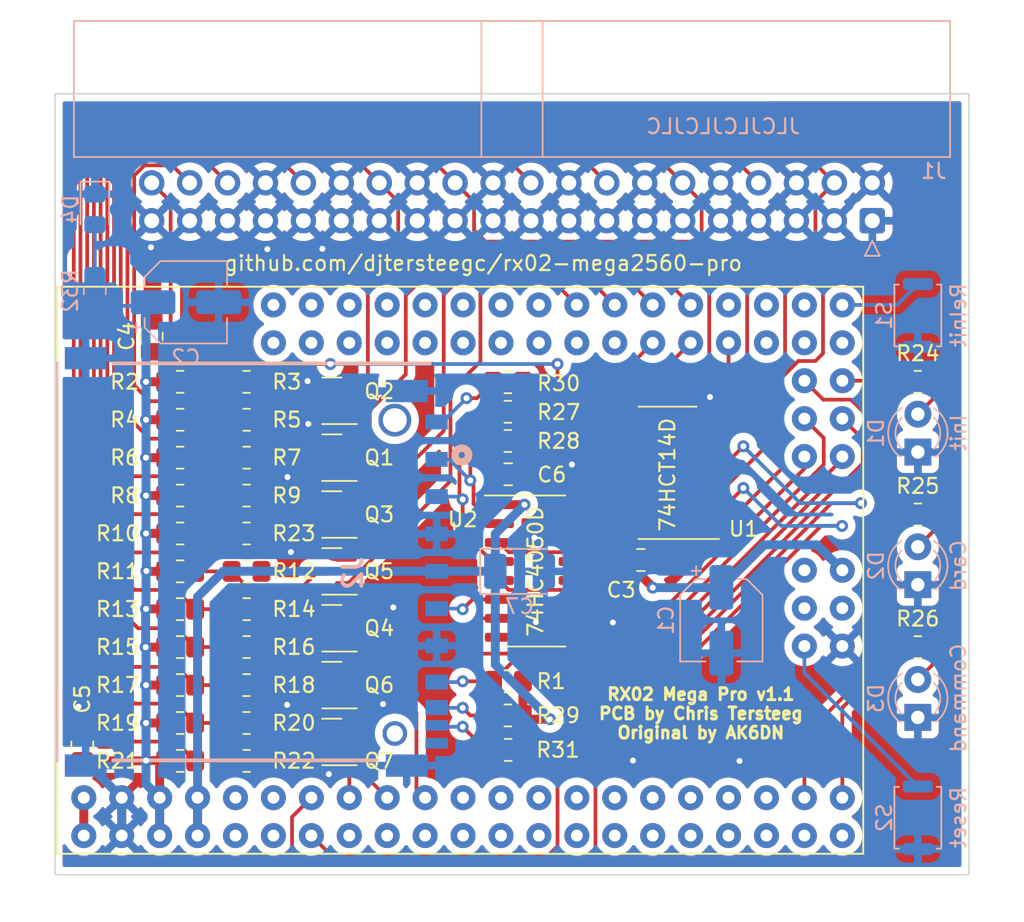
<source format=kicad_pcb>
(kicad_pcb (version 20211014) (generator pcbnew)
  (layers (0 "F.Cu" signal) (31 "B.Cu" signal) (34 "B.Paste" user) (35 "F.Paste" user) (36 "B.SilkS" user "B.Silkscreen") (37 "F.SilkS" user "F.Silkscreen") (38 "B.Mask" user) (39 "F.Mask" user) (44 "Edge.Cuts" user))
  (net 0 "")
  (net 1 "+5V")
  (net 2 "GND")
  (net 3 "Net-(D1-Pad2)")
  (net 4 "Net-(D2-Pad2)")
  (net 5 "Net-(D3-Pad2)")
  (net 6 "/RX_RUN_L")
  (net 7 "/RX_ERROR_L")
  (net 8 "/RX_INIT_L")
  (net 9 "/RX_XFER_RQST_L")
  (net 10 "/RX_DONE_L")
  (net 11 "/RX_DATA_L")
  (net 12 "/RX_12BIT_L")
  (net 13 "/RX_SHIFT_L")
  (net 14 "/RX_OUT_L")
  (net 15 "/RX_AC_L")
  (net 16 "/RX_DMA_MODE_H")
  (net 17 "Net-(J2-Pad1)")
  (net 18 "Net-(J2-Pad2)")
  (net 19 "Net-(J2-Pad5)")
  (net 20 "/SD_MISO")
  (net 21 "/SD_CD")
  (net 22 "/CTLR_OUT_H")
  (net 23 "/CTLR_AC_H")
  (net 24 "/CTLR_SHIFT_H")
  (net 25 "/CTLR_DONE_H")
  (net 26 "/CTLR_DATAO_H")
  (net 27 "/CTLR_XFER_RQST_H")
  (net 28 "/CTLR_ERROR_H")
  (net 29 "/LED1")
  (net 30 "/LED2")
  (net 31 "/LED3")
  (net 32 "/CTLR_DMA_MODE_L")
  (net 33 "/CTLR_12BIT_H")
  (net 34 "/CTLR_DATA_H")
  (net 35 "/CTLR_INIT_H")
  (net 36 "/CTLR_RUN_H")
  (net 37 "+3V3")
  (net 38 "/SD_CS")
  (net 39 "/SD_MOSI")
  (net 40 "/SD_SCK")
  (net 95 "unconnected-(U3-PadVIN_1)")
  (net 96 "Net-(J2-Pad9)")
  (net 97 "Net-(J2-Pad8)")
  (net 101 "/REINIT")
  (net 102 "/RESET")
  (net 105 "Net-(D4-Pad2)")
  (footprint "Capacitor_SMD:C_0805_2012Metric_Pad1.18x1.45mm_HandSolder" (layer "F.Cu") (at 118.11 75.692 90)
    (fp_text reference "C4")
    (fp_text value "0.1uF")
  )
  (footprint "Resistor_SMD:R_0805_2012Metric_Pad1.20x1.40mm_HandSolder" (layer "F.Cu") (at 120.015 91.44)
    (fp_text reference "R11")
    (fp_text value "180R")
  )
  (footprint "Resistor_SMD:R_0805_2012Metric_Pad1.20x1.40mm_HandSolder" (layer "F.Cu") (at 120.015 93.97148)
    (fp_text reference "R13")
    (fp_text value "180R")
  )
  (footprint "Resistor_SMD:R_0805_2012Metric_Pad1.20x1.40mm_HandSolder" (layer "F.Cu") (at 141.9606 82.7024 180)
    (fp_text reference "R28")
    (fp_text value "10K")
  )
  (footprint "Resistor_SMD:R_0805_2012Metric_Pad1.20x1.40mm_HandSolder" (layer "F.Cu") (at 120.015 104.14)
    (fp_text reference "R21")
    (fp_text value "180R")
  )
  (footprint "Resistor_SMD:R_0805_2012Metric_Pad1.20x1.40mm_HandSolder" (layer "F.Cu") (at 120.015 83.82)
    (fp_text reference "R6")
    (fp_text value "180R")
  )
  (footprint "Resistor_SMD:R_0805_2012Metric_Pad1.20x1.40mm_HandSolder" (layer "F.Cu") (at 120.015 99.06)
    (fp_text reference "R17")
    (fp_text value "180R")
  )
  (footprint "Package_TO_SOT_SMD:SOT-23" (layer "F.Cu") (at 130.175 83.82 180)
    (fp_text reference "Q1")
    (fp_text value "2N7002")
  )
  (footprint "Package_TO_SOT_SMD:SOT-23" (layer "F.Cu") (at 130.175 91.44 180)
    (fp_text reference "Q5")
    (fp_text value "2N7002")
  )
  (footprint "Resistor_SMD:R_0805_2012Metric_Pad1.20x1.40mm_HandSolder" (layer "F.Cu") (at 124.46 81.28)
    (fp_text reference "R5")
    (fp_text value "390R")
  )
  (footprint "Resistor_SMD:R_0805_2012Metric_Pad1.20x1.40mm_HandSolder" (layer "F.Cu") (at 120.015 96.51148)
    (fp_text reference "R15")
    (fp_text value "180R")
  )
  (footprint "Package_SO:SOIC-16_3.9x9.9mm_P1.27mm" (layer "F.Cu") (at 143.8656 91.4146)
    (fp_text reference "U2")
    (fp_text value "74HC4050D")
  )
  (footprint "Resistor_SMD:R_0805_2012Metric_Pad1.20x1.40mm_HandSolder" (layer "F.Cu") (at 169.418 96.52 180)
    (fp_text reference "R26")
    (fp_text value "330R")
  )
  (footprint "Resistor_SMD:R_0805_2012Metric_Pad1.20x1.40mm_HandSolder" (layer "F.Cu") (at 124.46 91.44)
    (fp_text reference "R12")
    (fp_text value "390R")
  )
  (footprint "Resistor_SMD:R_0805_2012Metric_Pad1.20x1.40mm_HandSolder" (layer "F.Cu") (at 124.46 93.97148)
    (fp_text reference "R14")
    (fp_text value "390R")
  )
  (footprint "Capacitor_SMD:C_0805_2012Metric_Pad1.18x1.45mm_HandSolder" (layer "F.Cu") (at 113.4618 103.0986 90)
    (fp_text reference "C5")
    (fp_text value "0.1uF")
  )
  (footprint "SnapEDA Library:MODULE_MEGA_PRO_EMBED_CH340G___ATMEGA2560" (layer "F.Cu") (at 138.76148 91.364918)
    (fp_text reference "U3" hide)
    (fp_text value "MEGA_PRO_EMBED_CH340G_{slash}_ATMEGA2560")
  )
  (footprint "Resistor_SMD:R_0805_2012Metric_Pad1.20x1.40mm_HandSolder" (layer "F.Cu") (at 141.9606 78.7654 180)
    (fp_text reference "R30")
    (fp_text value "10K")
  )
  (footprint "Package_SO:SOIC-14_3.9x8.7mm_P1.27mm" (layer "F.Cu") (at 152.654 84.836 180)
    (fp_text reference "U1")
    (fp_text value "74HCT14D")
  )
  (footprint "Resistor_SMD:R_0805_2012Metric_Pad1.20x1.40mm_HandSolder" (layer "F.Cu") (at 124.46 88.9)
    (fp_text reference "R23")
    (fp_text value "390R")
  )
  (footprint "Resistor_SMD:R_0805_2012Metric_Pad1.20x1.40mm_HandSolder" (layer "F.Cu") (at 124.46 96.51148)
    (fp_text reference "R16")
    (fp_text value "390R")
  )
  (footprint "Resistor_SMD:R_0805_2012Metric_Pad1.20x1.40mm_HandSolder" (layer "F.Cu") (at 169.418 78.74 180)
    (fp_text reference "R24")
    (fp_text value "330R")
  )
  (footprint "Resistor_SMD:R_0805_2012Metric_Pad1.20x1.40mm_HandSolder" (layer "F.Cu") (at 124.46 86.36)
    (fp_text reference "R9")
    (fp_text value "390R")
  )
  (footprint "Resistor_SMD:R_0805_2012Metric_Pad1.20x1.40mm_HandSolder" (layer "F.Cu") (at 124.46 78.74)
    (fp_text reference "R3")
    (fp_text value "390R")
  )
  (footprint "Resistor_SMD:R_0805_2012Metric_Pad1.20x1.40mm_HandSolder" (layer "F.Cu") (at 120.015 101.6)
    (fp_text reference "R19")
    (fp_text value "180R")
  )
  (footprint "Package_TO_SOT_SMD:SOT-23" (layer "F.Cu") (at 130.175 95.25 180)
    (fp_text reference "Q4")
    (fp_text value "2N7002")
  )
  (footprint "Package_TO_SOT_SMD:SOT-23" (layer "F.Cu") (at 130.175 99.06 180)
    (fp_text reference "Q6")
    (fp_text value "2N7002")
  )
  (footprint "Package_TO_SOT_SMD:SOT-23" (layer "F.Cu") (at 130.175 87.63 180)
    (fp_text reference "Q3")
    (fp_text value "2N7002")
  )
  (footprint "Capacitor_SMD:C_0805_2012Metric_Pad1.18x1.45mm_HandSolder" (layer "F.Cu") (at 141.986 84.934)
    (fp_text reference "C6")
    (fp_text value "0.1uF")
  )
  (footprint "Resistor_SMD:R_0805_2012Metric_Pad1.20x1.40mm_HandSolder" (layer "F.Cu") (at 120.015 88.9)
    (fp_text reference "R10")
    (fp_text value "180R")
  )
  (footprint "Resistor_SMD:R_0805_2012Metric_Pad1.20x1.40mm_HandSolder" (layer "F.Cu") (at 124.46 104.14)
    (fp_text reference "R22")
    (fp_text value "390R")
  )
  (footprint "Resistor_SMD:R_0805_2012Metric_Pad1.20x1.40mm_HandSolder" (layer "F.Cu") (at 120.015 78.74)
    (fp_text reference "R2")
    (fp_text value "180R")
  )
  (footprint "Resistor_SMD:R_0805_2012Metric_Pad1.20x1.40mm_HandSolder" (layer "F.Cu") (at 141.986 103.4034 180)
    (fp_text reference "R31")
    (fp_text value "10K")
  )
  (footprint "Resistor_SMD:R_0805_2012Metric_Pad1.20x1.40mm_HandSolder" (layer "F.Cu") (at 124.46 99.06)
    (fp_text reference "R18")
    (fp_text value "390R")
  )
  (footprint "Resistor_SMD:R_0805_2012Metric_Pad1.20x1.40mm_HandSolder" (layer "F.Cu") (at 169.418 87.63 180)
    (fp_text reference "R25")
    (fp_text value "330R")
  )
  (footprint "Resistor_SMD:R_0805_2012Metric_Pad1.20x1.40mm_HandSolder" (layer "F.Cu") (at 141.9606 80.7466 180)
    (fp_text reference "R27")
    (fp_text value "10K")
  )
  (footprint "Resistor_SMD:R_0805_2012Metric_Pad1.20x1.40mm_HandSolder" (layer "F.Cu") (at 141.9606 101.092 180)
    (fp_text reference "R29")
    (fp_text value "10K")
  )
  (footprint "Capacitor_SMD:C_0805_2012Metric_Pad1.18x1.45mm_HandSolder" (layer "F.Cu") (at 150.876 90.678)
    (fp_text reference "C3")
    (fp_text value "0.1uF")
  )
  (footprint "Resistor_SMD:R_0805_2012Metric_Pad1.20x1.40mm_HandSolder" (layer "F.Cu") (at 120.015 81.28)
    (fp_text reference "R4")
    (fp_text value "180R")
  )
  (footprint "Resistor_SMD:R_0805_2012Metric_Pad1.20x1.40mm_HandSolder" (layer "F.Cu") (at 124.46 101.6)
    (fp_text reference "R20")
    (fp_text value "390R")
  )
  (footprint "Package_TO_SOT_SMD:SOT-23" (layer "F.Cu") (at 130.175 102.87 180)
    (fp_text reference "Q7")
    (fp_text value "2N7002")
  )
  (footprint "Resistor_SMD:R_0805_2012Metric_Pad1.20x1.40mm_HandSolder" (layer "F.Cu") (at 141.97 98.806 180)
    (fp_text reference "R1")
    (fp_text value "10K")
  )
  (footprint "Package_TO_SOT_SMD:SOT-23" (layer "F.Cu") (at 130.175 80.01 180)
    (fp_text reference "Q2")
    (fp_text value "2N7002")
  )
  (footprint "Resistor_SMD:R_0805_2012Metric_Pad1.20x1.40mm_HandSolder" (layer "F.Cu") (at 120.015 86.36)
    (fp_text reference "R8")
    (fp_text value "180R")
  )
  (footprint "Resistor_SMD:R_0805_2012Metric_Pad1.20x1.40mm_HandSolder" (layer "F.Cu") (at 124.46 83.82)
    (fp_text reference "R7")
    (fp_text value "390R")
  )
  (footprint "LED_THT:LED_D3.0mm" (layer "B.Cu") (at 169.418 101.224 90)
    (fp_text reference "D3")
    (fp_text value "Command")
  )
  (footprint "Resistor_SMD:R_0805_2012Metric_Pad1.20x1.40mm_HandSolder" (layer "B.Cu") (at 114.3 72.644 -90)
    (fp_text reference "R32")
    (fp_text value "330R")
  )
  (footprint "LED_THT:LED_D3.0mm" (layer "B.Cu") (at 169.418 92.334 90)
    (fp_text reference "D2")
    (fp_text value "Card")
  )
  (footprint "Capacitor_Tantalum_SMD:CP_EIA-3528-12_Kemet-T_Pad1.50x2.35mm_HandSolder" (layer "B.Cu") (at 142.748 91.44)
    (fp_text reference "C7")
    (fp_text value "47uF 10V")
  )
  (footprint "Capacitor_SMD:CP_Elec_5x5.8" (layer "B.Cu") (at 120.396 73.406)
    (fp_text reference "C2")
    (fp_text value "33uF 10V")
  )
  (footprint "LED_THT:LED_D3.0mm" (layer "B.Cu") (at 169.423 83.444 90)
    (fp_text reference "D1")
    (fp_text value "Init")
  )
  (footprint "TE SD Card 2041021-3:2041021-3_2" (layer "B.Cu") (at 136.741168 104.105 90)
    (fp_text reference "J2")
    (fp_text value "2041021-3" hide)
  )
  (footprint "Button_Switch_SMD:SW_Push_SPST_NO_Alps_SKRK" (layer "B.Cu") (at 169.418 74.295 -90)
    (fp_text reference "S1")
    (fp_text value "ReInit")
  )
  (footprint "Capacitor_SMD:CP_Elec_5x5.8" (layer "B.Cu") (at 156.2608 94.7166 -90)
    (fp_text reference "C1")
    (fp_text value "33uF 10V")
  )
  (footprint "LED_SMD:LED_0805_2012Metric_Pad1.15x1.40mm_HandSolder" (layer "B.Cu") (at 114.3 67.183 -90)
    (fp_text reference "D4")
    (fp_text value "Power")
  )
  (footprint "Connector_IDC:IDC-Header_2x20_P2.54mm_Horizontal" (layer "B.Cu") (at 166.37 67.945 90)
    (fp_text reference "J1")
    (fp_text value "Conn_02x20_Odd_Even")
  )
  (footprint "Button_Switch_SMD:SW_Push_SPST_NO_Alps_SKRK" (layer "B.Cu") (at 169.418 107.95 -90)
    (fp_text reference "S2")
    (fp_text value "Reset")
  )
  (gr_line (start 172.847 111.76) (end 172.72 111.76) (layer "Edge.Cuts") (width 0.1))
  (gr_line (start 111.633 59.436) (end 111.76 59.436) (layer "Edge.Cuts") (width 0.1))
  (gr_line (start 172.847 59.436) (end 172.847 60.96) (layer "Edge.Cuts") (width 0.1))
  (gr_line (start 172.847 60.96) (end 172.847 111.76) (layer "Edge.Cuts") (width 0.1))
  (gr_line (start 172.847 59.436) (end 172.72 59.436) (layer "Edge.Cuts") (width 0.1))
  (gr_line (start 172.72 111.76) (end 111.76 111.76) (layer "Edge.Cuts") (width 0.1))
  (gr_line (start 111.76 111.76) (end 111.633 111.76) (layer "Edge.Cuts") (width 0.1))
  (gr_line (start 111.633 111.76) (end 111.633 59.436) (layer "Edge.Cuts") (width 0.1))
  (gr_line (start 111.76 59.436) (end 172.72 59.436) (layer "Edge.Cuts") (width 0.1))
  (gr_text "JLCJLCJLCJLC" (at 156.3878 61.6204) (layer "B.SilkS") (effects (font (size 1 1)) (justify mirror)))
  (gr_text "RX02 Mega Pro v1.1\nPCB by Chris Tersteeg\nOriginal by AK6DN" (at 154.8892 100.965) (layer "F.SilkS") (effects (font (size 0.8 0.8) (thickness 0.2))))
  (gr_text "github.com/djtersteegc/rx02-mega2560-pro" (at 140.3096 70.7898) (layer "F.SilkS") (effects (font (size 1 1))))
  (segment (start 151.6634 92.5322) (end 151.6634 92.5029) (width 0.6) (layer "F.Cu") (net 1))
  (segment (start 118.99812 93.9546) (end 119.015 93.97148) (width 0.25) (layer "F.Cu") (net 1))
  (segment (start 117.729 104.1146) (end 118.9896 104.1146) (width 0.6) (layer "F.Cu") (net 1))
  (segment (start 118.64148 106.604918) (end 118.64148 104.51352) (width 0.6) (layer "F.Cu") (net 1))
  (segment (start 119.015 88.9) (end 117.729 88.9) (width 0.6) (layer "F.Cu") (net 1))
  (segment (start 151.6634 92.5029) (end 149.8385 90.678) (width 0.6) (layer "F.Cu") (net 1))
  (segment (start 117.7036 96.52) (end 119.00648 96.52) (width 0.6) (layer "F.Cu") (net 1))
  (segment (start 149.8385 90.678) (end 149.8385 88.9865) (width 0.6) (layer "F.Cu") (net 1))
  (segment (start 117.729 101.6) (end 119.015 101.6) (width 0.6) (layer "F.Cu") (net 1))
  (segment (start 117.729 99.06) (end 119.015 99.06) (width 0.6) (layer "F.Cu") (net 1))
  (segment (start 118.64148 109.144918) (end 118.64148 106.604918) (width 0.6) (layer "F.Cu") (net 1))
  (segment (start 119.015 86.36) (end 117.729 86.36) (width 0.6) (layer "F.Cu") (net 1))
  (segment (start 117.729 93.9546) (end 118.99812 93.9546) (width 0.6) (layer "F.Cu") (net 1))
  (segment (start 118.9896 104.1146) (end 119.015 104.14) (width 0.6) (layer "F.Cu") (net 1))
  (segment (start 118.11 76.7295) (end 117.729 77.1105) (width 0.6) (layer "F.Cu") (net 1))
  (segment (start 118.64148 104.51352) (end 119.015 104.14) (width 0.6) (layer "F.Cu") (net 1))
  (segment (start 117.7075 104.1361) (end 117.729 104.1146) (width 0.6) (layer "F.Cu") (net 1))
  (segment (start 119.00648 96.52) (end 119.015 96.51148) (width 0.6) (layer "F.Cu") (net 1))
  (segment (start 117.729 77.1105) (end 117.729 78.74) (width 0.6) (layer "F.Cu") (net 1))
  (segment (start 149.8385 88.9865) (end 150.179 88.646) (width 0.6) (layer "F.Cu") (net 1))
  (segment (start 119.015 83.82) (end 117.729 83.82) (width 0.6) (layer "F.Cu") (net 1))
  (segment (start 119.015 81.28) (end 117.729 81.28) (width 0.6) (layer "F.Cu") (net 1))
  (segment (start 113.4618 104.1361) (end 117.7075 104.1361) (width 0.6) (layer "F.Cu") (net 1))
  (segment (start 119.015 78.74) (end 117.729 78.74) (width 0.6) (layer "F.Cu") (net 1))
  (segment (start 119.015 91.44) (end 117.7798 91.44) (width 0.6) (layer "F.Cu") (net 1))
  (via (at 117.729 101.6) (size 0.8) (drill 0.4) (layers "F.Cu" "B.Cu") (net 1))
  (via (at 117.729 86.36) (size 0.8) (drill 0.4) (layers "F.Cu" "B.Cu") (net 1))
  (via (at 151.6634 92.5322) (size 0.8) (drill 0.4) (layers "F.Cu" "B.Cu") (net 1))
  (via (at 117.729 104.1146) (size 0.8) (drill 0.4) (layers "F.Cu" "B.Cu") (net 1))
  (via (at 117.729 99.06) (size 0.8) (drill 0.4) (layers "F.Cu" "B.Cu") (net 1))
  (via (at 117.729 81.28) (size 0.8) (drill 0.4) (layers "F.Cu" "B.Cu") (net 1))
  (via (at 117.7544 91.4146) (size 0.8) (drill 0.4) (layers "F.Cu" "B.Cu") (net 1))
  (via (at 117.729 78.74) (size 0.8) (drill 0.4) (layers "F.Cu" "B.Cu") (net 1))
  (via (at 117.729 88.9) (size 0.8) (drill 0.4) (layers "F.Cu" "B.Cu") (net 1))
  (via (at 117.7036 96.52) (size 0.8) (drill 0.4) (layers "F.Cu" "B.Cu") (net 1))
  (via (at 117.729 93.9546) (size 0.8) (drill 0.4) (layers "F.Cu" "B.Cu") (net 1))
  (via (at 117.729 83.82) (size 0.8) (drill 0.4) (layers "F.Cu" "B.Cu") (net 1))
  (segment (start 117.729 83.82) (end 117.729 81.28) (width 0.6) (layer "B.Cu") (net 1))
  (segment (start 117.958 73.644) (end 118.196 73.406) (width 0.25) (layer "B.Cu") (net 1))
  (segment (start 117.729 91.44) (end 117.7544 91.4146) (width 0.6) (layer "B.Cu") (net 1))
  (segment (start 117.729 73.873) (end 118.196 73.406) (width 0.6) (layer "B.Cu") (net 1))
  (segment (start 117.7036 93.98) (end 117.729 93.9546) (width 0.6) (layer "B.Cu") (net 1))
  (segment (start 114.3 73.644) (end 117.958 73.644) (width 0.25) (layer "B.Cu") (net 1))
  (segment (start 162.658562 89.662) (end 159.1154 89.662) (width 0.6) (layer "B.Cu") (net 1))
  (segment (start 117.729 99.06) (end 117.729 96.5454) (width 0.6) (layer "B.Cu") (net 1))
  (segment (start 117.7544 88.9254) (end 117.729 88.9) (width 0.6) (layer "B.Cu") (net 1))
  (segment (start 117.7036 96.52) (end 117.7036 93.98) (width 0.6) (layer "B.Cu") (net 1))
  (segment (start 118.196 73.406) (end 118.094 73.406) (width 0.6) (layer "B.Cu") (net 1))
  (segment (start 117.729 93.9546) (end 117.729 91.44) (width 0.6) (layer "B.Cu") (net 1))
  (segment (start 118.64148 109.144918) (end 118.64148 106.604918) (width 0.6) (layer "B.Cu") (net 1))
  (segment (start 117.729 78.74) (end 117.729 73.873) (width 0.6) (layer "B.Cu") (net 1))
  (segment (start 151.6634 92.5322) (end 156.2452 92.5322) (width 0.6) (layer "B.Cu") (net 1))
  (segment (start 117.729 104.1146) (end 117.729 101.6) (width 0.6) (layer "B.Cu") (net 1))
  (segment (start 117.7544 91.4146) (end 117.7544 88.9254) (width 0.6) (layer "B.Cu") (net 1))
  (segment (start 117.729 81.28) (end 117.729 78.74) (width 0.6) (layer "B.Cu") (net 1))
  (segment (start 156.2452 92.5322) (end 156.2608 92.5166) (width 0.6) (layer "B.Cu") (net 1))
  (segment (start 164.36148 91.364918) (end 162.658562 89.662) (width 0.6) (layer "B.Cu") (net 1))
  (segment (start 117.729 88.9) (end 117.729 86.36) (width 0.6) (layer "B.Cu") (net 1))
  (segment (start 159.1154 89.662) (end 156.2608 92.5166) (width 0.6) (layer "B.Cu") (net 1))
  (segment (start 117.729 101.6) (end 117.729 99.06) (width 0.6) (layer "B.Cu") (net 1))
  (segment (start 118.64148 106.604918) (end 117.729 105.692438) (width 0.6) (layer "B.Cu") (net 1))
  (segment (start 117.729 105.692438) (end 117.729 104.1146) (width 0.6) (layer "B.Cu") (net 1))
  (segment (start 117.729 96.5454) (end 117.7036 96.52) (width 0.6) (layer "B.Cu") (net 1))
  (segment (start 117.729 86.36) (end 117.729 83.82) (width 0.6) (layer "B.Cu") (net 1))
  (segment (start 116.10148 106.604918) (end 116.10148 109.144918) (width 0.6) (layer "F.Cu") (net 2))
  (segment (start 155.129 81.026) (end 155.129 80.1258) (width 0.4) (layer "F.Cu") (net 2))
  (segment (start 113.4618 102.0611) (end 113.4618 100.7618) (width 0.25) (layer "F.Cu") (net 2))
  (segment (start 155.129 80.1258) (end 155.4988 79.756) (width 0.4) (layer "F.Cu") (net 2))
  (segment (start 147.447 93.3196) (end 148.9964 94.869) (width 0.25) (layer "F.Cu") (net 2))
  (segment (start 146.3406 93.3196) (end 147.447 93.3196) (width 0.25) (layer "F.Cu") (net 2))
  (segment (start 113.4618 100.7618) (end 113.2078 100.5078) (width 0.25) (layer "F.Cu") (net 2))
  (via (at 128.5494 78.6892) (size 0.8) (drill 0.4) (layers "F.Cu" "B.Cu") (net 2))
  (via (at 146.2532 84.2772) (size 0.8) (drill 0.4) (layers "F.Cu" "B.Cu") (net 2))
  (via (at 133.604 100.33) (size 0.8) (drill 0.4) (layers "F.Cu" "B.Cu") (net 2))
  (via (at 150.3426 104.1146) (size 0.8) (drill 0.4) (layers "F.Cu" "B.Cu") (net 2))
  (via (at 148.9964 94.869) (size 0.8) (drill 0.4) (layers "F.Cu" "B.Cu") (net 2))
  (via (at 125.857 69.85) (size 0.8) (drill 0.4) (layers "F.Cu" "B.Cu") (net 2))
  (via (at 157.48 104.14) (size 0.8) (drill 0.4) (layers "F.Cu" "B.Cu") (net 2))
  (via (at 134.2898 93.853) (size 0.8) (drill 0.4) (layers "F.Cu" "B.Cu") (net 2))
  (via (at 143.8402 94.8436) (size 0.8) (drill 0.4) (layers "F.Cu" "B.Cu") (net 2))
  (via (at 128.6002 81.5594) (size 0.8) (drill 0.4) (layers "F.Cu" "B.Cu") (net 2))
  (via (at 155.4988 79.756) (size 0.8) (drill 0.4) (layers "F.Cu" "B.Cu") (net 2))
  (via (at 113.2078 100.5078) (size 0.8) (drill 0.4) (layers "F.Cu" "B.Cu") (net 2))
  (via (at 118.0592 69.723) (size 0.8) (drill 0.4) (layers "F.Cu" "B.Cu") (net 2))
  (via (at 127.1778 100.3808) (size 0.8) (drill 0.4) (layers "F.Cu" "B.Cu") (net 2))
  (via (at 129.54 69.8246) (size 0.8) (drill 0.4) (layers "F.Cu" "B.Cu") (net 2))
  (via (at 127.4318 90.1446) (size 0.8) (drill 0.4) (layers "F.Cu" "B.Cu") (net 2))
  (via (at 143.7386 89.1794) (size 0.8) (drill 0.4) (layers "F.Cu" "B.Cu") (net 2))
  (via (at 127.2032 85.1154) (size 0.8) (drill 0.4) (layers "F.Cu" "B.Cu") (net 2))
  (via (at 129.9718 105.029) (size 0.8) (drill 0.4) (layers "F.Cu" "B.Cu") (net 2))
  (segment (start 113.951562 104.455) (end 116.10148 106.604918) (width 0.6) (layer "B.Cu") (net 2))
  (segment (start 113.691168 104.455) (end 113.951562 104.455) (width 0.6) (layer "B.Cu") (net 2))
  (segment (start 116.10148 106.604918) (end 116.10148 109.144918) (width 0.6) (layer "B.Cu") (net 2))
  (segment (start 170.418 78.74) (end 170.418 79.909) (width 0.25) (layer "F.Cu") (net 3))
  (segment (start 170.418 79.909) (end 169.423 80.904) (width 0.25) (layer "F.Cu") (net 3))
  (segment (start 170.418 88.794) (end 169.418 89.794) (width 0.25) (layer "F.Cu") (net 4))
  (segment (start 170.418 87.63) (end 170.418 88.794) (width 0.25) (layer "F.Cu") (net 4))
  (segment (start 170.418 96.52) (end 170.418 97.684) (width 0.25) (layer "F.Cu") (net 5))
  (segment (start 170.418 97.684) (end 169.418 98.684) (width 0.25) (layer "F.Cu") (net 5))
  (segment (start 115.833602 60.184812) (end 112.889809 63.128606) (width 0.25) (layer "F.Cu") (net 6))
  (segment (start 156.21 88.646) (end 160.274 84.582) (width 0.25) (layer "F.Cu") (net 6))
  (segment (start 112.889809 63.128606) (end 112.889809 98.970609) (width 0.25) (layer "F.Cu") (net 6))
  (segment (start 116.7638 102.8446) (end 119.7196 102.8446) (width 0.25) (layer "F.Cu") (net 6))
  (segment (start 161.417 77.343) (end 162.56 77.343) (width 0.25) (layer "F.Cu") (net 6))
  (segment (start 158.609812 60.184812) (end 115.833602 60.184812) (width 0.25) (layer "F.Cu") (net 6))
  (segment (start 162.56 77.343) (end 163.068 76.835) (width 0.25) (layer "F.Cu") (net 6))
  (segment (start 162.56 71.882) (end 162.56 66.675) (width 0.25) (layer "F.Cu") (net 6))
  (segment (start 119.7196 102.8446) (end 121.015 104.14) (width 0.25) (layer "F.Cu") (net 6))
  (segment (start 162.56 66.675) (end 163.83 65.405) (width 0.25) (layer "F.Cu") (net 6))
  (segment (start 163.068 76.835) (end 163.068 72.39) (width 0.25) (layer "F.Cu") (net 6))
  (segment (start 155.129 88.646) (end 156.21 88.646) (width 0.25) (layer "F.Cu") (net 6))
  (segment (start 112.889809 98.970609) (end 116.7638 102.8446) (width 0.25) (layer "F.Cu") (net 6))
  (segment (start 163.068 72.39) (end 162.56 71.882) (width 0.25) (layer "F.Cu") (net 6))
  (segment (start 160.274 78.486) (end 161.417 77.343) (width 0.25) (layer "F.Cu") (net 6))
  (segment (start 163.83 65.405) (end 158.609812 60.184812) (width 0.25) (layer "F.Cu") (net 6))
  (segment (start 160.274 84.582) (end 160.274 78.486) (width 0.25) (layer "F.Cu") (net 6))
  (segment (start 121.015 104.14) (end 123.46 104.14) (width 0.25) (layer "F.Cu") (net 6))
  (segment (start 113.339329 63.314803) (end 116.0198 60.634331) (width 0.25) (layer "F.Cu") (net 7))
  (segment (start 116.967 100.3046) (end 119.7196 100.3046) (width 0.25) (layer "F.Cu") (net 7))
  (segment (start 113.339329 63.314803) (end 113.339329 96.676929) (width 0.25) (layer "F.Cu") (net 7))
  (segment (start 121.015 101.6) (end 123.46 101.6) (width 0.25) (layer "F.Cu") (net 7))
  (segment (start 153.979331 60.634331) (end 116.0198 60.634331) (width 0.25) (layer "F.Cu") (net 7))
  (segment (start 113.339329 96.676929) (end 116.967 100.3046) (width 0.25) (layer "F.Cu") (net 7))
  (segment (start 123.46 101.6) (end 124.73 102.87) (width 0.25) (layer "F.Cu") (net 7))
  (segment (start 124.73 102.87) (end 129.2375 102.87) (width 0.25) (layer "F.Cu") (net 7))
  (segment (start 119.7196 100.3046) (end 121.015 101.6) (width 0.25) (layer "F.Cu") (net 7))
  (segment (start 158.75 65.405) (end 153.979331 60.634331) (width 0.25) (layer "F.Cu") (net 7))
  (segment (start 159.004 83.312) (end 159.004 79.119604) (width 0.25) (layer "F.Cu") (net 8))
  (segment (start 160.528 72.644) (end 159.258 71.374) (width 0.25) (layer "F.Cu") (net 8))
  (segment (start 121.015 99.06) (end 123.46 99.06) (width 0.25) (layer "F.Cu") (net 8))
  (segment (start 116.205998 61.083851) (end 113.788849 63.501) (width 0.25) (layer "F.Cu") (net 8))
  (segment (start 159.004 79.119604) (end 160.528 77.595604) (width 0.25) (layer "F.Cu") (net 8))
  (segment (start 157.48 71.374) (end 154.94 68.834) (width 0.25) (layer "F.Cu") (net 8))
  (segment (start 149.348851 61.083851) (end 116.205998 61.083851) (width 0.25) (layer "F.Cu") (net 8))
  (segment (start 113.788849 94.764249) (end 116.8654 97.8408) (width 0.25) (layer "F.Cu") (net 8))
  (segment (start 156.21 86.106) (end 159.004 83.312) (width 0.25) (layer "F.Cu") (net 8))
  (segment (start 154.94 66.675) (end 153.67 65.405) (width 0.25) (layer "F.Cu") (net 8))
  (segment (start 119.7958 97.8408) (end 121.015 99.06) (width 0.25) (layer "F.Cu") (net 8))
  (segment (start 116.8654 97.8408) (end 119.7958 97.8408) (width 0.25) (layer "F.Cu") (net 8))
  (segment (start 154.94 68.834) (end 154.94 66.675) (width 0.25) (layer "F.Cu") (net 8))
  (segment (start 153.67 65.405) (end 149.348851 61.083851) (width 0.25) (layer "F.Cu") (net 8))
  (segment (start 113.788849 63.501) (end 113.788849 94.764249) (width 0.25) (layer "F.Cu") (net 8))
  (segment (start 159.258 71.374) (end 157.48 71.374) (width 0.25) (layer "F.Cu") (net 8))
  (segment (start 155.129 86.106) (end 156.21 86.106) (width 0.25) (layer "F.Cu") (net 8))
  (segment (start 160.528 77.595604) (end 160.528 72.644) (width 0.25) (layer "F.Cu") (net 8))
  (segment (start 144.71837 61.53337) (end 116.392194 61.533371) (width 0.25) (layer "F.Cu") (net 9))
  (segment (start 114.238369 63.687197) (end 114.238369 92.292769) (width 0.25) (layer "F.Cu") (net 9))
  (segment (start 116.392194 61.533371) (end 114.238369 63.687197) (width 0.25) (layer "F.Cu") (net 9))
  (segment (start 121.015 96.51148) (end 123.46 96.51148) (width 0.25) (layer "F.Cu") (net 9))
  (segment (start 114.238369 92.292769) (end 117.1956 95.25) (width 0.25) (layer "F.Cu") (net 9))
  (segment (start 127.9675 97.79) (end 129.2375 99.06) (width 0.25) (layer "F.Cu") (net 9))
  (segment (start 123.46 96.51148) (end 123.46 97.044) (width 0.25) (layer "F.Cu") (net 9))
  (segment (start 117.1956 95.25) (end 119.75352 95.25) (width 0.25) (layer "F.Cu") (net 9))
  (segment (start 124.206 97.79) (end 127.9675 97.79) (width 0.25) (layer "F.Cu") (net 9))
  (segment (start 148.59 65.405) (end 144.71837 61.53337) (width 0.25) (layer "F.Cu") (net 9))
  (segment (start 119.75352 95.25) (end 121.015 96.51148) (width 0.25) (layer "F.Cu") (net 9))
  (segment (start 123.46 97.044) (end 124.206 97.79) (width 0.25) (layer "F.Cu") (net 9))
  (segment (start 143.51 65.405) (end 140.08789 61.98289) (width 0.25) (layer "F.Cu") (net 10))
  (segment (start 123.46 93.97148) (end 124.73852 95.25) (width 0.25) (layer "F.Cu") (net 10))
  (segment (start 114.687889 63.873394) (end 114.687889 90.405489) (width 0.25) (layer "F.Cu") (net 10))
  (segment (start 121.015 93.97148) (end 123.46 93.97148) (width 0.25) (layer "F.Cu") (net 10))
  (segment (start 114.687889 90.405489) (end 116.967 92.6846) (width 0.25) (layer "F.Cu") (net 10))
  (segment (start 119.72812 92.6846) (end 121.015 93.97148) (width 0.25) (layer "F.Cu") (net 10))
  (segment (start 124.73852 95.25) (end 129.2375 95.25) (width 0.25) (layer "F.Cu") (net 10))
  (segment (start 116.967 92.6846) (end 119.72812 92.6846) (width 0.25) (layer "F.Cu") (net 10))
  (segment (start 140.08789 61.98289) (end 116.578392 61.98289) (width 0.25) (layer "F.Cu") (net 10))
  (segment (start 116.578392 61.98289) (end 114.687889 63.873394) (width 0.25) (layer "F.Cu") (net 10))
  (segment (start 124.48452 92.46452) (end 128.21298 92.46452) (width 0.25) (layer "F.Cu") (net 11))
  (segment (start 116.332 90.17) (end 119.745 90.17) (width 0.25) (layer "F.Cu") (net 11))
  (segment (start 116.76459 62.43241) (end 115.137409 64.059591) (width 0.25) (layer "F.Cu") (net 11))
  (segment (start 115.137409 88.975409) (end 116.332 90.17) (width 0.25) (layer "F.Cu") (net 11))
  (segment (start 119.745 90.17) (end 121.015 91.44) (width 0.25) (layer "F.Cu") (net 11))
  (segment (start 128.21298 92.46452) (end 129.2375 91.44) (width 0.25) (layer "F.Cu") (net 11))
  (segment (start 155.129 83.566) (end 155.505072 83.566) (width 0.25) (layer "F.Cu") (net 11))
  (segment (start 157.988 72.644) (end 154.686 69.342) (width 0.25) (layer "F.Cu") (net 11))
  (segment (start 138.43 65.405) (end 135.45741 62.43241) (width 0.25) (layer "F.Cu") (net 11))
  (segment (start 139.7 66.675) (end 138.43 65.405) (width 0.25) (layer "F.Cu") (net 11))
  (segment (start 140.462 69.342) (end 139.7 68.58) (width 0.25) (layer "F.Cu") (net 11))
  (segment (start 154.686 69.342) (end 140.462 69.342) (width 0.25) (layer "F.Cu") (net 11))
  (segment (start 155.505072 83.566) (end 157.988 81.083072) (width 0.25) (layer "F.Cu") (net 11))
  (segment (start 157.988 81.083072) (end 157.988 72.644) (width 0.25) (layer "F.Cu") (net 11))
  (segment (start 115.137409 64.059591) (end 115.137409 88.975409) (width 0.25) (layer "F.Cu") (net 11))
  (segment (start 121.015 91.44) (end 123.46 91.44) (width 0.25) (layer "F.Cu") (net 11))
  (segment (start 123.46 91.44) (end 124.48452 92.46452) (width 0.25) (layer "F.Cu") (net 11))
  (segment (start 139.7 68.58) (end 139.7 66.675) (width 0.25) (layer "F.Cu") (net 11))
  (segment (start 135.45741 62.43241) (end 116.76459 62.43241) (width 0.25) (layer "F.Cu") (net 11))
  (segment (start 117.064908 62.881929) (end 115.586929 64.35991) (width 0.25) (layer "F.Cu") (net 12))
  (segment (start 119.7196 87.6046) (end 121.015 88.9) (width 0.25) (layer "F.Cu") (net 12))
  (segment (start 115.586929 86.707129) (end 116.4844 87.6046) (width 0.25) (layer "F.Cu") (net 12))
  (segment (start 155.448 72.644) (end 155.448 78.232) (width 0.25) (layer "F.Cu") (net 12))
  (segment (start 121.015 88.9) (end 123.46 88.9) (width 0.25) (layer "F.Cu") (net 12))
  (segment (start 151.384 82.296) (end 150.179 82.296) (width 0.25) (layer "F.Cu") (net 12))
  (segment (start 155.448 78.232) (end 151.384 82.296) (width 0.25) (layer "F.Cu") (net 12))
  (segment (start 115.586929 64.35991) (end 115.586929 86.707129) (width 0.25) (layer "F.Cu") (net 12))
  (segment (start 133.35 65.405) (end 130.826929 62.881929) (width 0.25) (layer "F.Cu") (net 12))
  (segment (start 152.654 69.85) (end 155.448 72.644) (width 0.25) (layer "F.Cu") (net 12))
  (segment (start 135.636 69.85) (end 152.654 69.85) (width 0.25) (layer "F.Cu") (net 12))
  (segment (start 134.62 68.834) (end 135.636 69.85) (width 0.25) (layer "F.Cu") (net 12))
  (segment (start 134.62 66.675) (end 134.62 68.834) (width 0.25) (layer "F.Cu") (net 12))
  (segment (start 133.35 65.405) (end 134.62 66.675) (width 0.25) (layer "F.Cu") (net 12))
  (segment (start 130.826929 62.881929) (end 117.064908 62.881929) (width 0.25) (layer "F.Cu") (net 12))
  (segment (start 116.4844 87.6046) (end 119.7196 87.6046) (width 0.25) (layer "F.Cu") (net 12))
  (segment (start 119.7196 85.0646) (end 121.015 86.36) (width 0.25) (layer "F.Cu") (net 13))
  (segment (start 122.825 86.36) (end 124.095 87.63) (width 0.25) (layer "F.Cu") (net 13))
  (segment (start 116.869129 85.0646) (end 119.7196 85.0646) (width 0.25) (layer "F.Cu") (net 13))
  (segment (start 116.036449 84.23192) (end 116.869129 85.0646) (width 0.25) (layer "F.Cu") (net 13))
  (segment (start 126.196449 63.331449) (end 117.251106 63.331449) (width 0.25) (layer "F.Cu") (net 13))
  (segment (start 117.251106 63.331449) (end 116.036449 64.546107) (width 0.25) (layer "F.Cu") (net 13))
  (segment (start 128.27 65.405) (end 126.196449 63.331449) (width 0.25) (layer "F.Cu") (net 13))
  (segment (start 116.036449 64.546107) (end 116.036449 84.23192) (width 0.25) (layer "F.Cu") (net 13))
  (segment (start 121.015 86.36) (end 123.46 86.36) (width 0.25) (layer "F.Cu") (net 13))
  (segment (start 124.095 87.63) (end 129.2375 87.63) (width 0.25) (layer "F.Cu") (net 13))
  (segment (start 128.21298 82.79548) (end 129.2375 83.82) (width 0.25) (layer "F.Cu") (net 14))
  (segment (start 116.485969 81.061583) (end 117.974386 82.55) (width 0.25) (layer "F.Cu") (net 14))
  (segment (start 124.48452 82.79548) (end 128.21298 82.79548) (width 0.25) (layer "F.Cu") (net 14))
  (segment (start 123.46 83.82) (end 124.48452 82.79548) (width 0.25) (layer "F.Cu") (net 14))
  (segment (start 116.485969 64.732304) (end 116.485969 81.061583) (width 0.25) (layer "F.Cu") (net 14))
  (segment (start 119.745 82.55) (end 121.015 83.82) (width 0.25) (layer "F.Cu") (net 14))
  (segment (start 117.974386 82.55) (end 119.745 82.55) (width 0.25) (layer "F.Cu") (net 14))
  (segment (start 117.437304 63.780969) (end 116.485969 64.732304) (width 0.25) (layer "F.Cu") (net 14))
  (segment (start 123.19 65.405) (end 121.565969 63.780969) (width 0.25) (layer "F.Cu") (net 14))
  (segment (start 121.015 83.82) (end 123.46 83.82) (width 0.25) (layer "F.Cu") (net 14))
  (segment (start 121.565969 63.780969) (end 117.437304 63.780969) (width 0.25) (layer "F.Cu") (net 14))
  (segment (start 123.46 81.28) (end 124.73 80.01) (width 0.25) (layer "F.Cu") (net 15))
  (segment (start 116.935489 64.918501) (end 116.935489 78.971103) (width 0.25) (layer "F.Cu") (net 15))
  (segment (start 117.623501 64.230489) (end 116.935489 64.918501) (width 0.25) (layer "F.Cu") (net 15))
  (segment (start 124.73 80.01) (end 129.2375 80.01) (width 0.25) (layer "F.Cu") (net 15))
  (segment (start 119.475489 64.230489) (end 117.623501 64.230489) (width 0.25) (layer "F.Cu") (net 15))
  (segment (start 121.015 81.28) (end 123.46 81.28) (width 0.25) (layer "F.Cu") (net 15))
  (segment (start 117.999786 80.0354) (end 119.7704 80.0354) (width 0.25) (layer "F.Cu") (net 15))
  (segment (start 120.65 65.405) (end 119.475489 64.230489) (width 0.25) (layer "F.Cu") (net 15))
  (segment (start 119.7704 80.0354) (end 121.015 81.28) (width 0.25) (layer "F.Cu") (net 15))
  (segment (start 116.935489 78.971103) (end 117.999786 80.0354) (width 0.25) (layer "F.Cu") (net 15))
  (segment (start 119.38 66.675) (end 119.38 77.492507) (width 0.25) (layer "F.Cu") (net 16))
  (segment (start 149.802249 84.836) (end 150.179 84.836) (width 0.25) (layer "F.Cu") (net 16))
  (segment (start 123.46 78.74) (end 124.6538 77.5462) (width 0.25) (layer "F.Cu") (net 16))
  (segment (start 118.11 65.405) (end 119.38 66.675) (width 0.25) (layer "F.Cu") (net 16))
  (segment (start 145.288 77.5462) (end 145.288 80.321751) (width 0.25) (layer "F.Cu") (net 16))
  (segment (start 119.38 77.492507) (end 120.38 78.492507) (width 0.25) (layer "F.Cu") (net 16))
  (segment (start 145.288 80.321751) (end 149.802249 84.836) (width 0.25) (layer "F.Cu") (net 16))
  (segment (start 124.6538 77.5462) (end 130.0734 77.5462) (width 0.25) (layer "F.Cu") (net 16))
  (segment (start 120.38 78.492507) (end 120.38 78.74) (width 0.25) (layer "F.Cu") (net 16))
  (segment (start 121.015 78.74) (end 123.46 78.74) (width 0.25) (layer "F.Cu") (net 16))
  (via (at 130.0734 77.5462) (size 0.8) (drill 0.4) (layers "F.Cu" "B.Cu") (net 16))
  (via (at 145.288 77.5462) (size 0.8) (drill 0.4) (layers "F.Cu" "B.Cu") (net 16))
  (segment (start 130.0734 77.5462) (end 145.288 77.5462) (width 0.25) (layer "B.Cu") (net 16))
  (segment (start 141.3906 88.2396) (end 140.988295 88.2396) (width 0.25) (layer "F.Cu") (net 17))
  (segment (start 139.446 85.344) (end 139.446 84.217) (width 0.25) (layer "F.Cu") (net 17))
  (segment (start 140.988295 88.2396) (end 139.663 86.914305) (width 0.25) (layer "F.Cu") (net 17))
  (segment (start 140.814 88.236) (end 141.289 88.236) (width 0.25) (layer "F.Cu") (net 17))
  (segment (start 139.663 86.914305) (end 139.663 85.561) (width 0.25) (layer "F.Cu") (net 17))
  (segment (start 140.8176 88.2396) (end 141.3906 88.2396) (width 0.25) (layer "F.Cu") (net 17))
  (segment (start 139.446 84.217) (end 140.9606 82.7024) (width 0.25) (layer "F.Cu") (net 17))
  (segment (start 139.663 85.561) (end 139.446 85.344) (width 0.25) (layer "F.Cu") (net 17))
  (via (at 139.446 85.344) (size 0.8) (drill 0.4) (layers "F.Cu" "B.Cu") (net 17))
  (segment (start 138.032 83.93) (end 139.446 85.344) (width 0.25) (layer "B.Cu") (net 17))
  (segment (start 137.191168 83.93) (end 138.032 83.93) (width 0.25) (layer "B.Cu") (net 17))
  (segment (start 138.938 86.614) (end 138.938 88.801072) (width 0.25) (layer "F.Cu") (net 18))
  (segment (start 138.938 86.614) (end 138.721 86.397) (width 0.25) (layer "F.Cu") (net 18))
  (segment (start 138.721 86.397) (end 138.721 82.9862) (width 0.25) (layer "F.Cu") (net 18))
  (segment (start 140.916528 90.7796) (end 141.3906 90.7796) (width 0.25) (layer "F.Cu") (net 18))
  (segment (start 140.912928 90.776) (end 141.289 90.776) (width 0.25) (layer "F.Cu") (net 18))
  (segment (start 138.938 88.801072) (end 140.916528 90.7796) (width 0.25) (layer "F.Cu") (net 18))
  (segment (start 138.721 82.9862) (end 140.9606 80.7466) (width 0.25) (layer "F.Cu") (net 18))
  (via (at 138.938 86.614) (size 0.8) (drill 0.4) (layers "F.Cu" "B.Cu") (net 18))
  (segment (start 137.191168 86.43) (end 138.754 86.43) (width 0.25) (layer "B.Cu") (net 18))
  (segment (start 138.754 86.43) (end 138.938 86.614) (width 0.25) (layer "B.Cu") (net 18))
  (segment (start 138.938 93.98) (end 139.602 93.316) (width 0.25) (layer "F.Cu") (net 19))
  (segment (start 139.602 93.316) (end 141.289 93.316) (width 0.25) (layer "F.Cu") (net 19))
  (via (at 138.938 93.98) (size 0.8) (drill 0.4) (layers "F.Cu" "B.Cu") (net 19))
  (segment (start 137.191168 93.93) (end 138.888 93.93) (width 0.25) (layer "B.Cu") (net 19))
  (segment (start 138.888 93.93) (end 138.938 93.98) (width 0.25) (layer "B.Cu") (net 19))
  (segment (start 164.36148 81.204918) (end 165.735 82.578438) (width 0.25) (layer "F.Cu") (net 20))
  (segment (start 164.592 85.344) (end 163.703 85.344) (width 0.25) (layer "F.Cu") (net 20))
  (segment (start 138.938 98.806) (end 140.97 98.806) (width 0.25) (layer "F.Cu") (net 20))
  (segment (start 142.24 97.536) (end 140.97 98.806) (width 0.25) (layer "F.Cu") (net 20))
  (segment (start 163.703 85.344) (end 151.511 97.536) (width 0.25) (layer "F.Cu") (net 20))
  (segment (start 165.735 82.578438) (end 165.735 84.201) (width 0.25) (layer "F.Cu") (net 20))
  (segment (start 151.511 97.536) (end 142.24 97.536) (width 0.25) (layer "F.Cu") (net 20))
  (segment (start 165.735 84.201) (end 164.592 85.344) (width 0.25) (layer "F.Cu") (net 20))
  (via (at 138.938 98.806) (size 0.8) (drill 0.4) (layers "F.Cu" "B.Cu") (net 20))
  (segment (start 137.191168 98.86) (end 138.884 98.86) (width 0.25) (layer "B.Cu") (net 20))
  (segment (start 138.884 98.86) (end 138.938 98.806) (width 0.25) (layer "B.Cu") (net 20))
  (segment (start 142.5608 104.9782) (end 140.986 103.4034) (width 0.25) (layer "F.Cu") (net 21))
  (segment (start 164.973 85.852) (end 163.957 85.852) (width 0.25) (layer "F.Cu") (net 21))
  (segment (start 164.9476 79.9338) (end 166.243 81.2292) (width 0.25) (layer "F.Cu") (net 21))
  (segment (start 138.938 101.854) (end 140.4874 103.4034) (width 0.25) (layer "F.Cu") (net 21))
  (segment (start 140.4874 103.4034) (end 140.986 103.4034) (width 0.25) (layer "F.Cu") (net 21))
  (segment (start 163.957 85.852) (end 144.8308 104.9782) (width 0.25) (layer "F.Cu") (net 21))
  (segment (start 166.243 84.582) (end 164.973 85.852) (width 0.25) (layer "F.Cu") (net 21))
  (segment (start 161.82148 78.664918) (end 163.090362 79.9338) (width 0.25) (layer "F.Cu") (net 21))
  (segment (start 163.090362 79.9338) (end 164.9476 79.9338) (width 0.25) (layer "F.Cu") (net 21))
  (segment (start 166.243 81.2292) (end 166.243 84.582) (width 0.25) (layer "F.Cu") (net 21))
  (segment (start 144.8308 104.9782) (end 142.5608 104.9782) (width 0.25) (layer "F.Cu") (net 21))
  (via (at 138.938 101.854) (size 0.8) (drill 0.4) (layers "F.Cu" "B.Cu") (net 21))
  (segment (start 137.285168 101.854) (end 137.191168 101.76) (width 0.25) (layer "B.Cu") (net 21))
  (segment (start 138.938 101.854) (end 137.285168 101.854) (width 0.25) (layer "B.Cu") (net 21))
  (segment (start 148.942562 70.866) (end 151.66148 73.584918) (width 0.25) (layer "F.Cu") (net 22))
  (segment (start 131.1125 84.77) (end 132.715 83.1675) (width 0.25) (layer "F.Cu") (net 22))
  (segment (start 135.128 72.939038) (end 137.201038 70.866) (width 0.25) (layer "F.Cu") (net 22))
  (segment (start 135.128 78.232) (end 135.128 72.939038) (width 0.25) (layer "F.Cu") (net 22))
  (segment (start 137.201038 70.866) (end 148.942562 70.866) (width 0.25) (layer "F.Cu") (net 22))
  (segment (start 132.715 80.645) (end 135.128 78.232) (width 0.25) (layer "F.Cu") (net 22))
  (segment (start 132.715 83.1675) (end 132.715 80.645) (width 0.25) (layer "F.Cu") (net 22))
  (segment (start 134.874 70.358) (end 150.974562 70.358) (width 0.25) (layer "F.Cu") (net 23))
  (segment (start 132.588 72.644) (end 134.874 70.358) (width 0.25) (layer "F.Cu") (net 23))
  (segment (start 150.974562 70.358) (end 154.20148 73.584918) (width 0.25) (layer "F.Cu") (net 23))
  (segment (start 132.588 79.4845) (end 132.588 72.644) (width 0.25) (layer "F.Cu") (net 23))
  (segment (start 131.1125 80.96) (end 132.588 79.4845) (width 0.25) (layer "F.Cu") (net 23))
  (segment (start 139.192 71.374) (end 146.910562 71.374) (width 0.25) (layer "F.Cu") (net 24))
  (segment (start 137.668 82.0245) (end 137.668 72.898) (width 0.25) (layer "F.Cu") (net 24))
  (segment (start 137.668 72.898) (end 139.192 71.374) (width 0.25) (layer "F.Cu") (net 24))
  (segment (start 131.1125 88.58) (end 137.668 82.0245) (width 0.25) (layer "F.Cu") (net 24))
  (segment (start 146.910562 71.374) (end 149.12148 73.584918) (width 0.25) (layer "F.Cu") (net 24))
  (segment (start 135.8392 100.9267) (end 131.1125 96.2) (width 0.25) (layer "F.Cu") (net 25))
  (segment (start 135.8392 106.022638) (end 135.8392 100.9267) (width 0.25) (layer "F.Cu") (net 25))
  (segment (start 136.42148 106.604918) (end 135.8392 106.022638) (width 0.25) (layer "F.Cu") (net 25))
  (segment (start 140.124191 72.727809) (end 140.97 71.882) (width 0.25) (layer "F.Cu") (net 26))
  (segment (start 131.1125 92.39) (end 138.118 85.3845) (width 0.25) (layer "F.Cu") (net 26))
  (segment (start 138.118 85.3845) (end 138.118 79.3822) (width 0.25) (layer "F.Cu") (net 26))
  (segment (start 140.124191 77.376009) (end 140.124191 72.727809) (width 0.25) (layer "F.Cu") (net 26))
  (segment (start 140.97 71.882) (end 144.878562 71.882) (width 0.25) (layer "F.Cu") (net 26))
  (segment (start 144.878562 71.882) (end 146.58148 73.584918) (width 0.25) (layer "F.Cu") (net 26))
  (segment (start 138.118 79.3822) (end 140.124191 77.376009) (width 0.25) (layer "F.Cu") (net 26))
  (segment (start 131.1125 100.01) (end 131.6584 100.01) (width 0.25) (layer "F.Cu") (net 27))
  (segment (start 131.6584 100.01) (end 132.7912 101.1428) (width 0.25) (layer "F.Cu") (net 27))
  (segment (start 132.7912 101.1428) (end 132.7912 105.514638) (width 0.25) (layer "F.Cu") (net 27))
  (segment (start 132.7912 105.514638) (end 133.88148 106.604918) (width 0.25) (layer "F.Cu") (net 27))
  (segment (start 131.34148 106.604918) (end 131.34148 104.04898) (width 0.25) (layer "F.Cu") (net 28))
  (segment (start 131.34148 104.04898) (end 131.1125 103.82) (width 0.25) (layer "F.Cu") (net 28))
  (segment (start 168.342918 78.664918) (end 168.418 78.74) (width 0.25) (layer "F.Cu") (net 29))
  (segment (start 164.36148 78.664918) (end 168.342918 78.664918) (width 0.25) (layer "F.Cu") (net 29))
  (segment (start 165.862 90.186) (end 165.862 98.425) (width 0.25) (layer "F.Cu") (net 30))
  (segment (start 161.82148 102.46552) (end 161.82148 106.604918) (width 0.25) (layer "F.Cu") (net 30))
  (segment (start 165.862 98.425) (end 161.82148 102.46552) (width 0.25) (layer "F.Cu") (net 30))
  (segment (start 168.418 87.63) (end 165.862 90.186) (width 0.25) (layer "F.Cu") (net 30))
  (segment (start 164.36148 106.604918) (end 164.36148 100.57652) (width 0.25) (layer "F.Cu") (net 31))
  (segment (start 164.36148 100.57652) (end 168.418 96.52) (width 0.25) (layer "F.Cu") (net 31))
  (segment (start 148.87948 78.906918) (end 151.66148 76.124918) (width 0.25) (layer "F.Cu") (net 32))
  (segment (start 150.179 83.566) (end 149.802928 83.566) (width 0.25) (layer "F.Cu") (net 32))
  (segment (start 148.87948 82.642552) (end 148.87948 78.906918) (width 0.25) (layer "F.Cu") (net 32))
  (segment (start 149.802928 83.566) (end 148.87948 82.642552) (width 0.25) (layer "F.Cu") (net 32))
  (segment (start 150.179 80.147398) (end 154.20148 76.124918) (width 0.25) (layer "F.Cu") (net 33))
  (segment (start 150.179 81.026) (end 150.179 80.147398) (width 0.25) (layer "F.Cu") (net 33))
  (segment (start 155.505072 82.296) (end 156.74148 81.059592) (width 0.25) (layer "F.Cu") (net 34))
  (segment (start 155.129 82.296) (end 155.505072 82.296) (width 0.25) (layer "F.Cu") (net 34))
  (segment (start 156.74148 81.059592) (end 156.74148 76.124918) (width 0.25) (layer "F.Cu") (net 34))
  (segment (start 165.608 86.868) (end 163.6395 86.868) (width 0.25) (layer "F.Cu") (net 35))
  (segment (start 155.129 84.836) (end 155.956 84.836) (width 0.25) (layer "F.Cu") (net 35))
  (segment (start 130.146562 110.49) (end 128.80148 109.144918) (width 0.25) (layer "F.Cu") (net 35))
  (segment (start 145.288 105.2195) (end 145.288 109.855) (width 0.25) (layer "F.Cu") (net 35))
  (segment (start 144.653 110.49) (end 130.146562 110.49) (width 0.25) (layer "F.Cu") (net 35))
  (segment (start 163.6395 86.868) (end 145.288 105.2195) (width 0.25) (layer "F.Cu") (net 35))
  (segment (start 145.288 109.855) (end 144.653 110.49) (width 0.25) (layer "F.Cu") (net 35))
  (segment (start 155.956 84.836) (end 157.734 83.058) (width 0.25) (layer "F.Cu") (net 35))
  (via (at 165.608 86.868) (size 0.8) (drill 0.4) (layers "F.Cu" "B.Cu") (net 35))
  (via (at 157.734 83.058) (size 0.8) (drill 0.4) (layers "F.Cu" "B.Cu") (net 35))
  (segment (start 157.734 83.058) (end 161.544 86.868) (width 0.25) (layer "B.Cu") (net 35))
  (segment (start 161.544 86.868) (end 165.608 86.868) (width 0.25) (layer "B.Cu") (net 35))
  (segment (start 147.828 103.505) (end 147.828 109.982) (width 0.25) (layer "F.Cu") (net 36))
  (segment (start 128.524 110.998) (end 127.508 109.982) (width 0.25) (layer "F.Cu") (net 36))
  (segment (start 155.129 87.376) (end 156.21 87.376) (width 0.25) (layer "F.Cu") (net 36))
  (segment (start 162.936701 88.396299) (end 147.828 103.505) (width 0.25) (layer "F.Cu") (net 36))
  (segment (start 147.828 109.982) (end 146.812 110.998) (width 0.25) (layer "F.Cu") (net 36))
  (segment (start 156.21 87.376) (end 157.734 85.852) (width 0.25) (layer "F.Cu") (net 36))
  (segment (start 164.342299 88.396299) (end 162.936701 88.396299) (width 0.25) (layer "F.Cu") (net 36))
  (segment (start 127.508 107.898398) (end 128.80148 106.604918) (width 0.25) (layer "F.Cu") (net 36))
  (segment (start 146.812 110.998) (end 128.524 110.998) (width 0.25) (layer "F.Cu") (net 36))
  (segment (start 127.508 109.982) (end 127.508 107.898398) (width 0.25) (layer "F.Cu") (net 36))
  (via (at 157.734 85.852) (size 0.8) (drill 0.4) (layers "F.Cu" "B.Cu") (net 36))
  (via (at 164.342299 88.396299) (size 0.8) (drill 0.4) (layers "F.Cu" "B.Cu") (net 36))
  (segment (start 164.338 88.392) (end 164.342299 88.396299) (width 0.25) (layer "B.Cu") (net 36))
  (segment (start 160.274 88.392) (end 164.338 88.392) (width 0.25) (layer "B.Cu") (net 36))
  (segment (start 157.734 85.852) (end 160.274 88.392) (width 0.25) (layer "B.Cu") (net 36))
  (segment (start 142.9606 78.7654) (end 142.9606 82.7024) (width 0.6) (layer "F.Cu") (net 37))
  (segment (start 142.986 101.1174) (end 142.9606 101.092) (width 0.6) (layer "F.Cu") (net 37))
  (segment (start 142.97 101.0826) (end 142.9606 101.092) (width 0.25) (layer "F.Cu") (net 37))
  (segment (start 142.986 103.4034) (end 142.986 101.1174) (width 0.6) (layer "F.Cu") (net 37))
  (segment (start 121.18148 109.144918) (end 121.18148 106.604918) (width 0.6) (layer "F.Cu") (net 37))
  (segment (start 143.0782 86.9696) (end 141.3906 86.9696) (width 0.6) (layer "F.Cu") (net 37))
  (segment (start 143.24 101.346) (end 142.986 101.092) (width 0.6) (layer "F.Cu") (net 37))
  (segment (start 140.9485 84.7145) (end 142.9606 82.7024) (width 0.25) (layer "F.Cu") (net 37))
  (segment (start 141.3906 86.9696) (end 141.3906 85.3761) (width 0.6) (layer "F.Cu") (net 37))
  (segment (start 141.3906 85.3761) (end 140.9485 84.934) (width 0.6) (layer "F.Cu") (net 37))
  (segment (start 140.9485 84.934) (end 140.9485 84.7145) (width 0.25) (layer "F.Cu") (net 37))
  (segment (start 142.97 98.806) (end 142.97 101.0826) (width 0.6) (layer "F.Cu") (net 37))
  (segment (start 144.78 101.346) (end 143.24 101.346) (width 0.6) (layer "F.Cu") (net 37))
  (via (at 143.0782 86.9696) (size 0.8) (drill 0.4) (layers "F.Cu" "B.Cu") (net 37))
  (via (at 144.78 101.346) (size 0.8) (drill 0.4) (layers "F.Cu" "B.Cu") (net 37))
  (segment (start 137.191168 91.43) (end 141.113 91.43) (width 0.6) (layer "B.Cu") (net 37))
  (segment (start 141.113 91.43) (end 141.123 91.44) (width 0.6) (layer "B.Cu") (net 37))
  (segment (start 121.18148 109.144918) (end 121.18148 106.604918) (width 0.6) (layer "B.Cu") (net 37))
  (segment (start 141.123 88.9248) (end 143.0782 86.9696) (width 0.6) (layer "B.Cu") (net 37))
  (segment (start 141.123 91.44) (end 141.123 88.9248) (width 0.6) (layer "B.Cu") (net 37))
  (segment (start 121.18148 106.604918) (end 121.18148 93.1485) (width 0.6) (layer "B.Cu") (net 37))
  (segment (start 141.123 91.44) (end 141.123 97.689) (width 0.6) (layer "B.Cu") (net 37))
  (segment (start 141.123 97.689) (end 144.78 101.346) (width 0.6) (layer "B.Cu") (net 37))
  (segment (start 122.89998 91.43) (end 137.191168 91.43) (width 0.6) (layer "B.Cu") (net 37))
  (segment (start 121.18148 93.1485) (end 122.89998 91.43) (width 0.6) (layer "B.Cu") (net 37))
  (segment (start 152.3238 94.0562) (end 151.3586 94.0562) (width 0.25) (layer "F.Cu") (net 38))
  (segment (start 147.457 90.1546) (end 142.0356 90.1546) (width 0.25) (layer "F.Cu") (net 38))
  (segment (start 161.82148 84.55852) (end 152.3238 94.0562) (width 0.25) (layer "F.Cu") (net 38))
  (segment (start 142.0356 90.1546) (end 141.3906 89.5096) (width 0.25) (layer "F.Cu") (net 38))
  (segment (start 161.82148 83.744918) (end 161.82148 84.55852) (width 0.25) (layer "F.Cu") (net 38))
  (segment (start 151.3586 94.0562) (end 147.457 90.1546) (width 0.25) (layer "F.Cu") (net 38))
  (segment (start 148.523672 92.6846) (end 142.0256 92.6846) (width 0.25) (layer "F.Cu") (net 39))
  (segment (start 163.1188 84.2772) (end 152.6794 94.7166) (width 0.25) (layer "F.Cu") (net 39))
  (segment (start 150.555672 94.7166) (end 148.523672 92.6846) (width 0.25) (layer "F.Cu") (net 39))
  (segment (start 152.6794 94.7166) (end 150.555672 94.7166) (width 0.25) (layer "F.Cu") (net 39))
  (segment (start 163.1188 82.502238) (end 163.1188 84.2772) (width 0.25) (layer "F.Cu") (net 39))
  (segment (start 161.82148 81.204918) (end 163.1188 82.502238) (width 0.25) (layer "F.Cu") (net 39))
  (segment (start 142.0256 92.6846) (end 141.3906 92.0496) (width 0.25) (layer "F.Cu") (net 39))
  (segment (start 139.954 94.5896) (end 139.3952 95.1484) (width 0.25) (layer "F.Cu") (net 40))
  (segment (start 151.334634 96.9518) (end 164.36148 83.924954) (width 0.25) (layer "F.Cu") (net 40))
  (segment (start 139.3952 95.1484) (end 139.3952 96.3422) (width 0.25) (layer "F.Cu") (net 40))
  (segment (start 164.36148 83.924954) (end 164.36148 83.744918) (width 0.25) (layer "F.Cu") (net 40))
  (segment (start 140.0048 96.9518) (end 151.334634 96.9518) (width 0.25) (layer "F.Cu") (net 40))
  (segment (start 139.3952 96.3422) (end 140.0048 96.9518) (width 0.25) (layer "F.Cu") (net 40))
  (segment (start 141.3906 94.5896) (end 139.954 94.5896) (width 0.25) (layer "F.Cu") (net 40))
  (segment (start 113.56148 109.144918) (end 113.56148 106.604918) (width 0.6) (layer "F.Cu") (net 95))
  (segment (start 139.8938 79.8322) (end 140.9606 78.7654) (width 0.25) (layer "F.Cu") (net 96))
  (segment (start 139.192 79.8322) (end 139.8938 79.8322) (width 0.25) (layer "F.Cu") (net 96))
  (via (at 139.192 79.8322) (size 0.8) (drill 0.4) (layers "F.Cu" "B.Cu") (net 96))
  (segment (start 137.191168 81.43) (end 137.5942 81.43) (width 0.25) (layer "B.Cu") (net 96))
  (segment (start 137.5942 81.43) (end 139.192 79.8322) (width 0.25) (layer "B.Cu") (net 96))
  (segment (start 140.986 101.092) (end 139.446 101.092) (width 0.25) (layer "F.Cu") (net 97))
  (segment (start 139.446 101.092) (end 138.938 100.584) (width 0.25) (layer "F.Cu") (net 97))
  (via (at 138.938 100.584) (size 0.8) (drill 0.4) (layers "F.Cu" "B.Cu") (net 97))
  (segment (start 137.215168 100.584) (end 137.191168 100.56) (width 0.25) (layer "B.Cu") (net 97))
  (segment (start 138.938 100.584) (end 137.215168 100.584) (width 0.25) (layer "B.Cu") (net 97))
  (segment (start 168.028082 73.584918) (end 164.36148 73.584918) (width 0.25) (layer "B.Cu") (net 101))
  (segment (start 169.418 72.195) (end 168.028082 73.584918) (width 0.25) (layer "B.Cu") (net 101))
  (segment (start 161.82148 96.444918) (end 161.82148 98.25348) (width 0.25) (layer "B.Cu") (net 102))
  (segment (start 161.82148 98.25348) (end 169.418 105.85) (width 0.25) (layer "B.Cu") (net 102))
  (segment (start 114.3 68.208) (end 114.3 71.644) (width 0.25) (layer "B.Cu") (net 105))
  (zone (net 2) (net_name "GND") (layers F&B.Cu) (connect_pads (clearance 0.508)) (min_thickness 0.254) (fill yes (thermal_gap 0.508) (thermal_bridge_width 0.508))
    (polygon (pts (xy 176.53 114.935) (xy 107.95 114.935) (xy 107.95 55.88) (xy 176.53 55.88)))
  )
)
</source>
